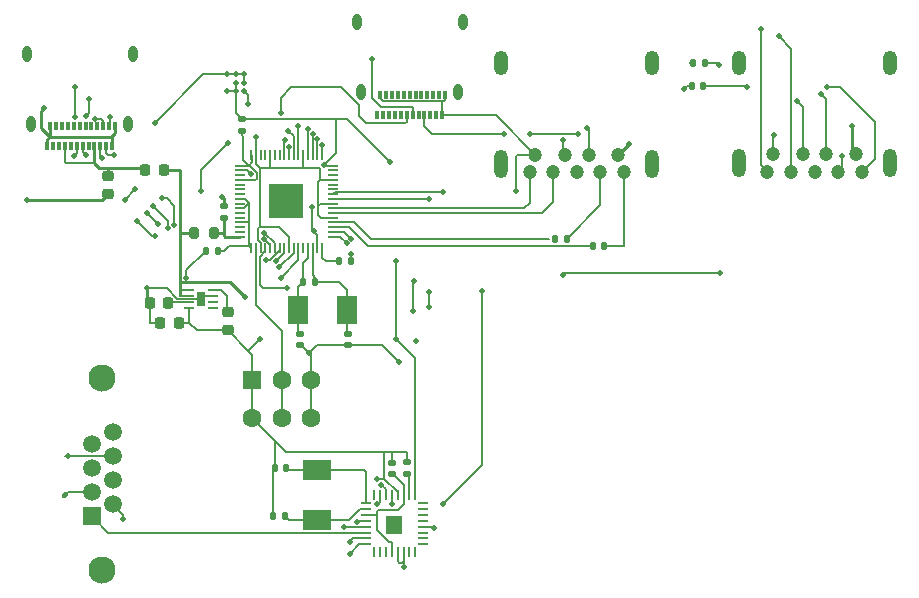
<source format=gtl>
%TF.GenerationSoftware,KiCad,Pcbnew,(6.99.0-818-g79c7d55a40)*%
%TF.CreationDate,2022-02-15T05:40:37+08:00*%
%TF.ProjectId,Project,50726f6a-6563-4742-9e6b-696361645f70,rev?*%
%TF.SameCoordinates,Original*%
%TF.FileFunction,Copper,L1,Top*%
%TF.FilePolarity,Positive*%
%FSLAX46Y46*%
G04 Gerber Fmt 4.6, Leading zero omitted, Abs format (unit mm)*
G04 Created by KiCad (PCBNEW (6.99.0-818-g79c7d55a40)) date 2022-02-15 05:40:37*
%MOMM*%
%LPD*%
G01*
G04 APERTURE LIST*
G04 Aperture macros list*
%AMRoundRect*
0 Rectangle with rounded corners*
0 $1 Rounding radius*
0 $2 $3 $4 $5 $6 $7 $8 $9 X,Y pos of 4 corners*
0 Add a 4 corners polygon primitive as box body*
4,1,4,$2,$3,$4,$5,$6,$7,$8,$9,$2,$3,0*
0 Add four circle primitives for the rounded corners*
1,1,$1+$1,$2,$3*
1,1,$1+$1,$4,$5*
1,1,$1+$1,$6,$7*
1,1,$1+$1,$8,$9*
0 Add four rect primitives between the rounded corners*
20,1,$1+$1,$2,$3,$4,$5,0*
20,1,$1+$1,$4,$5,$6,$7,0*
20,1,$1+$1,$6,$7,$8,$9,0*
20,1,$1+$1,$8,$9,$2,$3,0*%
G04 Aperture macros list end*
%TA.AperFunction,SMDPad,CuDef*%
%ADD10R,0.300000X0.700000*%
%TD*%
%TA.AperFunction,ComponentPad*%
%ADD11O,0.800000X1.400000*%
%TD*%
%TA.AperFunction,SMDPad,CuDef*%
%ADD12RoundRect,0.140000X-0.140000X-0.170000X0.140000X-0.170000X0.140000X0.170000X-0.140000X0.170000X0*%
%TD*%
%TA.AperFunction,SMDPad,CuDef*%
%ADD13C,0.500000*%
%TD*%
%TA.AperFunction,SMDPad,CuDef*%
%ADD14RoundRect,0.050000X0.350000X0.050000X-0.350000X0.050000X-0.350000X-0.050000X0.350000X-0.050000X0*%
%TD*%
%TA.AperFunction,SMDPad,CuDef*%
%ADD15RoundRect,0.050000X0.050000X0.350000X-0.050000X0.350000X-0.050000X-0.350000X0.050000X-0.350000X0*%
%TD*%
%TA.AperFunction,ComponentPad*%
%ADD16C,0.500000*%
%TD*%
%TA.AperFunction,SMDPad,CuDef*%
%ADD17R,2.975000X2.875000*%
%TD*%
%TA.AperFunction,SMDPad,CuDef*%
%ADD18R,2.400000X1.800000*%
%TD*%
%TA.AperFunction,SMDPad,CuDef*%
%ADD19RoundRect,0.140000X0.170000X-0.140000X0.170000X0.140000X-0.170000X0.140000X-0.170000X-0.140000X0*%
%TD*%
%TA.AperFunction,SMDPad,CuDef*%
%ADD20RoundRect,0.062500X-0.062500X0.375000X-0.062500X-0.375000X0.062500X-0.375000X0.062500X0.375000X0*%
%TD*%
%TA.AperFunction,SMDPad,CuDef*%
%ADD21RoundRect,0.062500X-0.375000X0.062500X-0.375000X-0.062500X0.375000X-0.062500X0.375000X0.062500X0*%
%TD*%
%TA.AperFunction,SMDPad,CuDef*%
%ADD22R,1.350000X1.500000*%
%TD*%
%TA.AperFunction,SMDPad,CuDef*%
%ADD23RoundRect,0.135000X0.185000X-0.135000X0.185000X0.135000X-0.185000X0.135000X-0.185000X-0.135000X0*%
%TD*%
%TA.AperFunction,SMDPad,CuDef*%
%ADD24RoundRect,0.135000X-0.135000X-0.185000X0.135000X-0.185000X0.135000X0.185000X-0.135000X0.185000X0*%
%TD*%
%TA.AperFunction,SMDPad,CuDef*%
%ADD25R,1.800000X2.400000*%
%TD*%
%TA.AperFunction,SMDPad,CuDef*%
%ADD26RoundRect,0.225000X-0.225000X-0.250000X0.225000X-0.250000X0.225000X0.250000X-0.225000X0.250000X0*%
%TD*%
%TA.AperFunction,SMDPad,CuDef*%
%ADD27RoundRect,0.218750X-0.256250X0.218750X-0.256250X-0.218750X0.256250X-0.218750X0.256250X0.218750X0*%
%TD*%
%TA.AperFunction,SMDPad,CuDef*%
%ADD28RoundRect,0.062500X-0.325000X-0.062500X0.325000X-0.062500X0.325000X0.062500X-0.325000X0.062500X0*%
%TD*%
%TA.AperFunction,SMDPad,CuDef*%
%ADD29R,0.800000X1.200000*%
%TD*%
%TA.AperFunction,ComponentPad*%
%ADD30R,1.600000X1.600000*%
%TD*%
%TA.AperFunction,ComponentPad*%
%ADD31C,1.600000*%
%TD*%
%TA.AperFunction,SMDPad,CuDef*%
%ADD32RoundRect,0.200000X-0.200000X-0.275000X0.200000X-0.275000X0.200000X0.275000X-0.200000X0.275000X0*%
%TD*%
%TA.AperFunction,SMDPad,CuDef*%
%ADD33RoundRect,0.218750X-0.218750X-0.256250X0.218750X-0.256250X0.218750X0.256250X-0.218750X0.256250X0*%
%TD*%
%TA.AperFunction,SMDPad,CuDef*%
%ADD34RoundRect,0.225000X0.250000X-0.225000X0.250000X0.225000X-0.250000X0.225000X-0.250000X-0.225000X0*%
%TD*%
%TA.AperFunction,ComponentPad*%
%ADD35C,1.200000*%
%TD*%
%TA.AperFunction,ComponentPad*%
%ADD36O,1.200000X2.400000*%
%TD*%
%TA.AperFunction,ComponentPad*%
%ADD37O,1.200000X2.100000*%
%TD*%
%TA.AperFunction,ComponentPad*%
%ADD38R,1.500000X1.500000*%
%TD*%
%TA.AperFunction,ComponentPad*%
%ADD39C,1.500000*%
%TD*%
%TA.AperFunction,ComponentPad*%
%ADD40C,2.300000*%
%TD*%
%TA.AperFunction,ViaPad*%
%ADD41C,0.500000*%
%TD*%
%TA.AperFunction,Conductor*%
%ADD42C,0.200000*%
%TD*%
%TA.AperFunction,Conductor*%
%ADD43C,0.250000*%
%TD*%
G04 APERTURE END LIST*
D10*
%TO.P,REF\u002A\u002A,A1*%
%TO.N,N/C*%
X51644999Y-22418999D03*
%TO.P,REF\u002A\u002A,A2*%
X51144999Y-22418999D03*
%TO.P,REF\u002A\u002A,A3*%
X50644999Y-22418999D03*
%TO.P,REF\u002A\u002A,A4*%
X50144999Y-22418999D03*
%TO.P,REF\u002A\u002A,A5*%
X49644999Y-22418999D03*
%TO.P,REF\u002A\u002A,A6*%
X49144999Y-22418999D03*
%TO.P,REF\u002A\u002A,A7*%
X48644999Y-22418999D03*
%TO.P,REF\u002A\u002A,A8*%
X48144999Y-22418999D03*
%TO.P,REF\u002A\u002A,A9*%
X47644999Y-22418999D03*
%TO.P,REF\u002A\u002A,A10*%
X47144999Y-22418999D03*
%TO.P,REF\u002A\u002A,A11*%
X46644999Y-22418999D03*
%TO.P,REF\u002A\u002A,A12*%
X46144999Y-22418999D03*
%TO.P,REF\u002A\u002A,B1*%
X46394999Y-20718999D03*
%TO.P,REF\u002A\u002A,B2*%
X46894999Y-20718999D03*
%TO.P,REF\u002A\u002A,B3*%
X47394999Y-20718999D03*
%TO.P,REF\u002A\u002A,B4*%
X47894999Y-20718999D03*
%TO.P,REF\u002A\u002A,B5*%
X48394999Y-20718999D03*
%TO.P,REF\u002A\u002A,B6*%
X48894999Y-20718999D03*
%TO.P,REF\u002A\u002A,B7*%
X49394999Y-20718999D03*
%TO.P,REF\u002A\u002A,B8*%
X49894999Y-20718999D03*
%TO.P,REF\u002A\u002A,B9*%
X50394999Y-20718999D03*
%TO.P,REF\u002A\u002A,B10*%
X50894999Y-20718999D03*
%TO.P,REF\u002A\u002A,B11*%
X51394999Y-20718999D03*
%TO.P,REF\u002A\u002A,B12*%
X51894999Y-20718999D03*
D11*
%TO.P,REF\u002A\u002A,S1*%
X44404999Y-14558999D03*
X53384999Y-14558999D03*
X53024999Y-20508999D03*
X44764999Y-20508999D03*
%TD*%
D12*
%TO.P,C8,1*%
%TO.N,N/C*%
X72926000Y-18034000D03*
%TO.P,C8,2*%
X73886000Y-18034000D03*
%TD*%
%TO.P,C10,1*%
%TO.N,N/C*%
X72799000Y-19939000D03*
%TO.P,C10,2*%
X73759000Y-19939000D03*
%TD*%
D13*
%TO.P,U4,A1*%
%TO.N,N/C*%
X34863000Y-20385000D03*
%TO.P,U4,A2*%
X34163000Y-20385000D03*
%TO.P,U4,A3*%
X33463000Y-20385000D03*
%TO.P,U4,B1*%
X34863000Y-19685000D03*
%TO.P,U4,B2*%
X34163000Y-19685000D03*
%TO.P,U4,C1*%
X34863000Y-18985000D03*
%TO.P,U4,C2*%
X34163000Y-18985000D03*
%TO.P,U4,C3*%
X33463000Y-18985000D03*
%TD*%
D14*
%TO.P,U2,1*%
%TO.N,N/C*%
X42431000Y-32718000D03*
%TO.P,U2,2*%
X42431000Y-32318000D03*
%TO.P,U2,3*%
X42431000Y-31918000D03*
%TO.P,U2,4*%
X42431000Y-31518000D03*
%TO.P,U2,5*%
X42431000Y-31118000D03*
%TO.P,U2,6*%
X42431000Y-30718000D03*
%TO.P,U2,7*%
X42431000Y-30318000D03*
%TO.P,U2,8*%
X42431000Y-29918000D03*
%TO.P,U2,9*%
X42431000Y-29518000D03*
%TO.P,U2,10*%
X42431000Y-29118000D03*
%TO.P,U2,11*%
X42431000Y-28718000D03*
%TO.P,U2,12*%
X42431000Y-28318000D03*
%TO.P,U2,13*%
X42431000Y-27918000D03*
%TO.P,U2,14*%
X42431000Y-27518000D03*
%TO.P,U2,15*%
X42431000Y-27118000D03*
%TO.P,U2,16*%
X42431000Y-26718000D03*
D15*
%TO.P,U2,17*%
X41481000Y-25768000D03*
%TO.P,U2,18*%
X41081000Y-25768000D03*
%TO.P,U2,19*%
X40681000Y-25768000D03*
%TO.P,U2,20*%
X40281000Y-25768000D03*
%TO.P,U2,21*%
X39881000Y-25768000D03*
%TO.P,U2,22*%
X39481000Y-25768000D03*
%TO.P,U2,23*%
X39081000Y-25768000D03*
%TO.P,U2,24*%
X38681000Y-25768000D03*
%TO.P,U2,25*%
X38281000Y-25768000D03*
%TO.P,U2,26*%
X37881000Y-25768000D03*
%TO.P,U2,27*%
X37481000Y-25768000D03*
%TO.P,U2,28*%
X37081000Y-25768000D03*
%TO.P,U2,29*%
X36681000Y-25768000D03*
%TO.P,U2,30*%
X36281000Y-25768000D03*
%TO.P,U2,31*%
X35881000Y-25768000D03*
%TO.P,U2,32*%
X35481000Y-25768000D03*
D14*
%TO.P,U2,33*%
X34531000Y-26718000D03*
%TO.P,U2,34*%
X34531000Y-27118000D03*
%TO.P,U2,35*%
X34531000Y-27518000D03*
%TO.P,U2,36*%
X34531000Y-27918000D03*
%TO.P,U2,37*%
X34531000Y-28318000D03*
%TO.P,U2,38*%
X34531000Y-28718000D03*
%TO.P,U2,39*%
X34531000Y-29118000D03*
%TO.P,U2,40*%
X34531000Y-29518000D03*
%TO.P,U2,41*%
X34531000Y-29918000D03*
%TO.P,U2,42*%
X34531000Y-30318000D03*
%TO.P,U2,43*%
X34531000Y-30718000D03*
%TO.P,U2,44*%
X34531000Y-31118000D03*
%TO.P,U2,45*%
X34531000Y-31518000D03*
%TO.P,U2,46*%
X34531000Y-31918000D03*
%TO.P,U2,47*%
X34531000Y-32318000D03*
%TO.P,U2,48*%
X34531000Y-32718000D03*
D15*
%TO.P,U2,49*%
X35481000Y-33668000D03*
%TO.P,U2,50*%
X35881000Y-33668000D03*
%TO.P,U2,51*%
X36281000Y-33668000D03*
%TO.P,U2,52*%
X36681000Y-33668000D03*
%TO.P,U2,53*%
X37081000Y-33668000D03*
%TO.P,U2,54*%
X37481000Y-33668000D03*
%TO.P,U2,55*%
X37881000Y-33668000D03*
%TO.P,U2,56*%
X38281000Y-33668000D03*
%TO.P,U2,57*%
X38681000Y-33668000D03*
%TO.P,U2,58*%
X39081000Y-33668000D03*
%TO.P,U2,59*%
X39481000Y-33668000D03*
%TO.P,U2,60*%
X39881000Y-33668000D03*
%TO.P,U2,61*%
X40281000Y-33668000D03*
%TO.P,U2,62*%
X40681000Y-33668000D03*
%TO.P,U2,63*%
X41081000Y-33668000D03*
%TO.P,U2,64*%
X41481000Y-33668000D03*
D16*
%TO.P,U2,65*%
X37881000Y-30318000D03*
X39081000Y-30318000D03*
X37881000Y-29118000D03*
X39081000Y-29118000D03*
D17*
X38430999Y-29717999D03*
%TD*%
D12*
%TO.P,C16,1*%
%TO.N,N/C*%
X37366000Y-56388000D03*
%TO.P,C16,2*%
X38326000Y-56388000D03*
%TD*%
%TO.P,C15,1*%
%TO.N,N/C*%
X37493000Y-52324000D03*
%TO.P,C15,2*%
X38453000Y-52324000D03*
%TD*%
D18*
%TO.P,Y2,1*%
%TO.N,N/C*%
X41071999Y-56709999D03*
%TO.P,Y2,2*%
X41071999Y-52509999D03*
%TD*%
D19*
%TO.P,C14,1*%
%TO.N,N/C*%
X47371000Y-52804000D03*
%TO.P,C14,2*%
X47371000Y-51844000D03*
%TD*%
D20*
%TO.P,U3,1*%
%TO.N,N/C*%
X49375000Y-54585500D03*
%TO.P,U3,2*%
X48875000Y-54585500D03*
%TO.P,U3,3*%
X48375000Y-54585500D03*
%TO.P,U3,4*%
X47875000Y-54585500D03*
%TO.P,U3,5*%
X47375000Y-54585500D03*
%TO.P,U3,6*%
X46875000Y-54585500D03*
%TO.P,U3,7*%
X46375000Y-54585500D03*
%TO.P,U3,8*%
X45875000Y-54585500D03*
D21*
%TO.P,U3,9*%
X45187500Y-55273000D03*
%TO.P,U3,10*%
X45187500Y-55773000D03*
%TO.P,U3,11*%
X45187500Y-56273000D03*
%TO.P,U3,12*%
X45187500Y-56773000D03*
%TO.P,U3,13*%
X45187500Y-57273000D03*
%TO.P,U3,14*%
X45187500Y-57773000D03*
%TO.P,U3,15*%
X45187500Y-58273000D03*
%TO.P,U3,16*%
X45187500Y-58773000D03*
D20*
%TO.P,U3,17*%
X45875000Y-59460500D03*
%TO.P,U3,18*%
X46375000Y-59460500D03*
%TO.P,U3,19*%
X46875000Y-59460500D03*
%TO.P,U3,20*%
X47375000Y-59460500D03*
%TO.P,U3,21*%
X47875000Y-59460500D03*
%TO.P,U3,22*%
X48375000Y-59460500D03*
%TO.P,U3,23*%
X48875000Y-59460500D03*
%TO.P,U3,24*%
X49375000Y-59460500D03*
D21*
%TO.P,U3,25*%
X50062500Y-58773000D03*
%TO.P,U3,26*%
X50062500Y-58273000D03*
%TO.P,U3,27*%
X50062500Y-57773000D03*
%TO.P,U3,28*%
X50062500Y-57273000D03*
%TO.P,U3,29*%
X50062500Y-56773000D03*
%TO.P,U3,30*%
X50062500Y-56273000D03*
%TO.P,U3,31*%
X50062500Y-55773000D03*
%TO.P,U3,32*%
X50062500Y-55273000D03*
D22*
%TO.P,U3,33*%
X47574999Y-57122999D03*
D16*
X47625000Y-57023000D03*
%TD*%
D23*
%TO.P,R12,1*%
%TO.N,N/C*%
X48641000Y-52834000D03*
%TO.P,R12,2*%
X48641000Y-51814000D03*
%TD*%
%TO.P,R9,1*%
%TO.N,N/C*%
X34671000Y-23751000D03*
%TO.P,R9,2*%
X34671000Y-22731000D03*
%TD*%
D12*
%TO.P,C9,1*%
%TO.N,N/C*%
X64417000Y-33528000D03*
%TO.P,C9,2*%
X65377000Y-33528000D03*
%TD*%
%TO.P,C11,1*%
%TO.N,N/C*%
X61242000Y-32893000D03*
%TO.P,C11,2*%
X62202000Y-32893000D03*
%TD*%
D24*
%TO.P,R7,1*%
%TO.N,N/C*%
X31621000Y-33909000D03*
%TO.P,R7,2*%
X32641000Y-33909000D03*
%TD*%
%TO.P,R4,1*%
%TO.N,N/C*%
X42924000Y-34798000D03*
%TO.P,R4,2*%
X43944000Y-34798000D03*
%TD*%
D19*
%TO.P,C4,1*%
%TO.N,N/C*%
X43688000Y-41882000D03*
%TO.P,C4,2*%
X43688000Y-40922000D03*
%TD*%
%TO.P,C5,1*%
%TO.N,N/C*%
X39624000Y-41882000D03*
%TO.P,C5,2*%
X39624000Y-40922000D03*
%TD*%
D24*
%TO.P,R1,1*%
%TO.N,N/C*%
X39876000Y-36576000D03*
%TO.P,R1,2*%
X40896000Y-36576000D03*
%TD*%
D25*
%TO.P,Y1,1*%
%TO.N,N/C*%
X39428999Y-38901499D03*
%TO.P,Y1,2*%
X43628999Y-38901499D03*
%TD*%
D26*
%TO.P,C3,1*%
%TO.N,N/C*%
X27800000Y-40005000D03*
%TO.P,C3,2*%
X29350000Y-40005000D03*
%TD*%
D27*
%TO.P,L1,1*%
%TO.N,N/C*%
X33528000Y-39090500D03*
%TO.P,L1,2*%
X33528000Y-40665500D03*
%TD*%
D26*
%TO.P,C1,1*%
%TO.N,N/C*%
X26911000Y-38354000D03*
%TO.P,C1,2*%
X28461000Y-38354000D03*
%TD*%
D28*
%TO.P,U1,1*%
%TO.N,N/C*%
X30254500Y-37223000D03*
%TO.P,U1,2*%
X30254500Y-37723000D03*
%TO.P,U1,3*%
X30254500Y-38223000D03*
%TO.P,U1,4*%
X30254500Y-38723000D03*
%TO.P,U1,5*%
X32229500Y-38723000D03*
%TO.P,U1,6*%
X32229500Y-38223000D03*
%TO.P,U1,7*%
X32229500Y-37723000D03*
%TO.P,U1,8*%
X32229500Y-37223000D03*
D29*
%TO.P,U1,9*%
X31241999Y-37972999D03*
%TD*%
D30*
%TO.P,SW1,1*%
%TO.N,N/C*%
X35565499Y-44881999D03*
D31*
%TO.P,SW1,2*%
X38065500Y-44882000D03*
%TO.P,SW1,3*%
X40565500Y-44882000D03*
%TO.P,SW1,4*%
X35565500Y-48082000D03*
%TO.P,SW1,5*%
X38065500Y-48082000D03*
%TO.P,SW1,6*%
X40565500Y-48082000D03*
%TD*%
D23*
%TO.P,R3,1*%
%TO.N,N/C*%
X33147000Y-31117000D03*
%TO.P,R3,2*%
X33147000Y-30097000D03*
%TD*%
D32*
%TO.P,R2,1*%
%TO.N,N/C*%
X30671000Y-32385000D03*
%TO.P,R2,2*%
X32321000Y-32385000D03*
%TD*%
D33*
%TO.P,F1,1*%
%TO.N,N/C*%
X26517500Y-27051000D03*
%TO.P,F1,2*%
X28092500Y-27051000D03*
%TD*%
D34*
%TO.P,C2,1*%
%TO.N,N/C*%
X23368000Y-29096000D03*
%TO.P,C2,2*%
X23368000Y-27546000D03*
%TD*%
D35*
%TO.P,J2,1*%
%TO.N,N/C*%
X86685000Y-25732000D03*
%TO.P,J2,2*%
X84185000Y-25732000D03*
%TO.P,J2,3*%
X82185000Y-25732000D03*
%TO.P,J2,4*%
X79685000Y-25732000D03*
%TO.P,J2,5*%
X79185000Y-27232000D03*
%TO.P,J2,6*%
X81185000Y-27232000D03*
%TO.P,J2,7*%
X83185000Y-27232000D03*
%TO.P,J2,8*%
X85185000Y-27232000D03*
%TO.P,J2,9*%
X87185000Y-27232000D03*
D36*
%TO.P,J2,10*%
X89584999Y-26481999D03*
D37*
X89584999Y-17981999D03*
D36*
X76784999Y-26481999D03*
D37*
X76784999Y-17981999D03*
%TD*%
D35*
%TO.P,J1,1*%
%TO.N,N/C*%
X66548000Y-25781000D03*
%TO.P,J1,2*%
X64048000Y-25781000D03*
%TO.P,J1,3*%
X62048000Y-25781000D03*
%TO.P,J1,4*%
X59548000Y-25781000D03*
%TO.P,J1,5*%
X59048000Y-27281000D03*
%TO.P,J1,6*%
X61048000Y-27281000D03*
%TO.P,J1,7*%
X63048000Y-27281000D03*
%TO.P,J1,8*%
X65048000Y-27281000D03*
%TO.P,J1,9*%
X67048000Y-27281000D03*
D37*
%TO.P,J1,10*%
X56647999Y-18030999D03*
D36*
X56647999Y-26530999D03*
D37*
X69447999Y-18030999D03*
D36*
X69447999Y-26530999D03*
%TD*%
D38*
%TO.P,REF\u002A\u002A,1*%
%TO.N,N/C*%
X21970999Y-56387999D03*
D39*
%TO.P,REF\u002A\u002A,2*%
X23751000Y-55372000D03*
%TO.P,REF\u002A\u002A,3*%
X21971000Y-54356000D03*
%TO.P,REF\u002A\u002A,4*%
X23751000Y-53340000D03*
%TO.P,REF\u002A\u002A,5*%
X21971000Y-52324000D03*
%TO.P,REF\u002A\u002A,6*%
X23751000Y-51308000D03*
%TO.P,REF\u002A\u002A,7*%
X21971000Y-50292000D03*
%TO.P,REF\u002A\u002A,8*%
X23751000Y-49276000D03*
D40*
%TO.P,REF\u002A\u002A,SH*%
X22861000Y-44698000D03*
X22861000Y-60958000D03*
%TD*%
D10*
%TO.P,P1,A1*%
%TO.N,N/C*%
X23704999Y-25085999D03*
%TO.P,P1,A2*%
X23204999Y-25085999D03*
%TO.P,P1,A3*%
X22704999Y-25085999D03*
%TO.P,P1,A4*%
X22204999Y-25085999D03*
%TO.P,P1,A5*%
X21704999Y-25085999D03*
%TO.P,P1,A6*%
X21204999Y-25085999D03*
%TO.P,P1,A7*%
X20704999Y-25085999D03*
%TO.P,P1,A8*%
X20204999Y-25085999D03*
%TO.P,P1,A9*%
X19704999Y-25085999D03*
%TO.P,P1,A10*%
X19204999Y-25085999D03*
%TO.P,P1,A11*%
X18704999Y-25085999D03*
%TO.P,P1,A12*%
X18204999Y-25085999D03*
%TO.P,P1,B1*%
X18454999Y-23385999D03*
%TO.P,P1,B2*%
X18954999Y-23385999D03*
%TO.P,P1,B3*%
X19454999Y-23385999D03*
%TO.P,P1,B4*%
X19954999Y-23385999D03*
%TO.P,P1,B5*%
X20454999Y-23385999D03*
%TO.P,P1,B6*%
X20954999Y-23385999D03*
%TO.P,P1,B7*%
X21454999Y-23385999D03*
%TO.P,P1,B8*%
X21954999Y-23385999D03*
%TO.P,P1,B9*%
X22454999Y-23385999D03*
%TO.P,P1,B10*%
X22954999Y-23385999D03*
%TO.P,P1,B11*%
X23454999Y-23385999D03*
%TO.P,P1,B12*%
X23954999Y-23385999D03*
D11*
%TO.P,P1,S1*%
X16464999Y-17225999D03*
X25444999Y-17225999D03*
X25084999Y-23175999D03*
X16824999Y-23175999D03*
%TD*%
D41*
%TO.N,*%
X63119000Y-24003000D03*
X59055000Y-24003000D03*
X56896000Y-24003000D03*
X45720000Y-17653000D03*
X38681000Y-25092000D03*
X37973000Y-22225000D03*
X38354000Y-24511000D03*
X49149000Y-38989000D03*
X49276000Y-36449000D03*
X49403000Y-41529000D03*
X48006000Y-43307000D03*
X61849000Y-35941000D03*
X57912000Y-28829000D03*
X75184000Y-35814000D03*
X79756000Y-24130000D03*
X84201000Y-20066000D03*
X77470000Y-20066000D03*
X80137000Y-15748000D03*
X78613000Y-15113000D03*
X85471000Y-25908000D03*
X75057000Y-18161000D03*
X72771000Y-18034000D03*
X72136000Y-20193000D03*
X83756500Y-20637500D03*
X81661000Y-21209000D03*
X41081000Y-24444000D03*
X40681000Y-24044000D03*
X40281000Y-23644000D03*
X39481000Y-23384000D03*
X38608000Y-23749000D03*
X41481000Y-24971000D03*
X40640000Y-30226000D03*
X40767000Y-32258000D03*
X38481000Y-37084000D03*
X35433000Y-27432000D03*
X41656000Y-26670000D03*
X35881000Y-24324000D03*
X35179000Y-21463000D03*
X27305000Y-23114000D03*
X51689000Y-55372000D03*
X54991000Y-37338000D03*
X50492000Y-38681000D03*
X50492000Y-37392000D03*
X51689000Y-28956000D03*
X50492000Y-29518000D03*
X46482000Y-53721000D03*
X47375000Y-55368000D03*
X43815000Y-59563000D03*
X43815000Y-58547000D03*
X19939000Y-51308000D03*
X19685000Y-54610000D03*
X24638000Y-56642000D03*
X43370500Y-57340500D03*
X50927000Y-57404000D03*
X48375000Y-60694000D03*
X46101000Y-53213000D03*
X44450000Y-56896000D03*
X46101000Y-55372000D03*
X47244000Y-26416000D03*
X47752000Y-34798000D03*
X47752000Y-41402000D03*
X36195000Y-41402000D03*
X61849000Y-24511000D03*
X63881000Y-23495000D03*
X43561000Y-33274000D03*
X43942000Y-32893000D03*
X67437000Y-24892000D03*
X86360000Y-23368000D03*
X34925000Y-37846000D03*
X29972000Y-36195000D03*
X31242000Y-28829000D03*
X33528000Y-24765000D03*
X43944000Y-34165000D03*
X21717000Y-21082000D03*
X21463000Y-22479000D03*
X21463000Y-25781000D03*
X20447000Y-25908000D03*
X20574000Y-22606000D03*
X20574000Y-20066000D03*
X36576000Y-32893000D03*
X36576000Y-32385000D03*
X25654000Y-28702000D03*
X24765000Y-29591000D03*
X27178000Y-30099000D03*
X27940000Y-29464000D03*
X28448000Y-32004000D03*
X28956000Y-31750000D03*
X36703000Y-34671000D03*
X37592000Y-34798000D03*
X23495000Y-22606000D03*
X22225000Y-22733000D03*
X22860000Y-26035000D03*
X25781000Y-31369000D03*
X27305000Y-32639000D03*
X37973000Y-36195000D03*
X37846000Y-35306000D03*
X27559000Y-31623000D03*
X26670000Y-30734000D03*
X23876000Y-25781000D03*
X40386000Y-42545000D03*
X26670000Y-37084000D03*
X33020000Y-29337000D03*
X16510000Y-29591000D03*
X17907000Y-21844000D03*
%TD*%
D42*
%TO.N,*%
X59055000Y-24003000D02*
X63119000Y-24003000D01*
X50145000Y-23348000D02*
X50800000Y-24003000D01*
X50145000Y-22419000D02*
X50145000Y-23348000D01*
X50800000Y-24003000D02*
X56896000Y-24003000D01*
X56186000Y-22419000D02*
X59548000Y-25781000D01*
X51645000Y-22419000D02*
X56186000Y-22419000D01*
X51689000Y-21209000D02*
X51645000Y-21253000D01*
X51689000Y-21209000D02*
X51816000Y-21209000D01*
X46609000Y-21209000D02*
X51689000Y-21209000D01*
X51645000Y-21253000D02*
X51645000Y-22419000D01*
X51895000Y-21130000D02*
X51895000Y-20719000D01*
X51816000Y-21209000D02*
X51895000Y-21130000D01*
X46395000Y-20719000D02*
X46395000Y-20995000D01*
X46395000Y-20995000D02*
X46609000Y-21209000D01*
X49145000Y-21721000D02*
X49145000Y-22419000D01*
X45720000Y-17653000D02*
X45720000Y-20955000D01*
X45720000Y-20955000D02*
X46482000Y-21717000D01*
X46482000Y-21717000D02*
X49149000Y-21717000D01*
X49149000Y-21717000D02*
X49145000Y-21721000D01*
X38681000Y-25768000D02*
X38681000Y-25092000D01*
X48645000Y-22983000D02*
X48645000Y-22419000D01*
X48514000Y-23114000D02*
X48645000Y-22983000D01*
X45212000Y-23114000D02*
X48514000Y-23114000D01*
X44577000Y-21590000D02*
X44577000Y-22479000D01*
X43053000Y-20066000D02*
X44577000Y-21590000D01*
X44577000Y-22479000D02*
X45212000Y-23114000D01*
X38862000Y-20066000D02*
X43053000Y-20066000D01*
X37973000Y-20955000D02*
X38862000Y-20066000D01*
X37973000Y-22225000D02*
X37973000Y-20955000D01*
X38281000Y-24584000D02*
X38354000Y-24511000D01*
X38281000Y-25768000D02*
X38281000Y-24584000D01*
X49149000Y-36576000D02*
X49276000Y-36449000D01*
X49149000Y-38989000D02*
X49149000Y-36576000D01*
X46581000Y-41882000D02*
X48006000Y-43307000D01*
X43688000Y-41882000D02*
X46581000Y-41882000D01*
X61976000Y-35814000D02*
X61849000Y-35941000D01*
X75184000Y-35814000D02*
X61976000Y-35814000D01*
X57912000Y-25908000D02*
X57912000Y-28829000D01*
X58039000Y-25781000D02*
X57912000Y-25908000D01*
X59548000Y-25781000D02*
X58039000Y-25781000D01*
X79685000Y-24201000D02*
X79756000Y-24130000D01*
X79685000Y-25732000D02*
X79685000Y-24201000D01*
X78613000Y-26660000D02*
X79185000Y-27232000D01*
X78613000Y-15113000D02*
X78613000Y-26660000D01*
X81185000Y-16796000D02*
X81185000Y-27232000D01*
X80137000Y-15748000D02*
X81185000Y-16796000D01*
X85344000Y-20066000D02*
X85407500Y-20129500D01*
X85407500Y-20129500D02*
X88265000Y-22987000D01*
X84201000Y-20066000D02*
X85344000Y-20066000D01*
X77343000Y-19939000D02*
X77470000Y-20066000D01*
X73759000Y-19939000D02*
X77343000Y-19939000D01*
X85471000Y-26946000D02*
X85185000Y-27232000D01*
X85471000Y-25908000D02*
X85471000Y-26946000D01*
X73886000Y-18034000D02*
X74930000Y-18034000D01*
X74930000Y-18034000D02*
X75057000Y-18161000D01*
X72926000Y-18034000D02*
X72771000Y-18034000D01*
X88265000Y-22987000D02*
X88265000Y-26152000D01*
X88265000Y-26152000D02*
X87185000Y-27232000D01*
X72390000Y-19939000D02*
X72136000Y-20193000D01*
X72799000Y-19939000D02*
X72390000Y-19939000D01*
X83756500Y-20637500D02*
X84185000Y-21066000D01*
X84185000Y-21066000D02*
X84185000Y-25732000D01*
X82185000Y-21733000D02*
X82185000Y-25732000D01*
X81661000Y-21209000D02*
X82185000Y-21733000D01*
X39081000Y-24222000D02*
X38608000Y-23749000D01*
X39081000Y-25768000D02*
X39081000Y-24222000D01*
X39481000Y-25768000D02*
X39481000Y-23384000D01*
X40281000Y-25768000D02*
X40281000Y-23644000D01*
X40681000Y-25768000D02*
X40681000Y-24044000D01*
X41081000Y-25768000D02*
X41081000Y-24444000D01*
X41481000Y-25768000D02*
X41481000Y-24971000D01*
X42674000Y-25652000D02*
X42674000Y-22731000D01*
X41656000Y-26670000D02*
X42674000Y-25652000D01*
X42674000Y-22731000D02*
X34671000Y-22731000D01*
X43559000Y-22731000D02*
X42674000Y-22731000D01*
X40640000Y-32131000D02*
X40767000Y-32258000D01*
X40640000Y-30226000D02*
X40640000Y-32131000D01*
X36449000Y-37084000D02*
X38481000Y-37084000D01*
X36195000Y-36830000D02*
X36449000Y-37084000D01*
X36195000Y-34417000D02*
X36195000Y-36830000D01*
X36681000Y-33931000D02*
X36195000Y-34417000D01*
X36681000Y-33668000D02*
X36681000Y-33931000D01*
X41081000Y-32572000D02*
X40767000Y-32258000D01*
X41081000Y-33668000D02*
X41081000Y-32572000D01*
X35119000Y-27118000D02*
X35433000Y-27432000D01*
X34531000Y-27118000D02*
X35119000Y-27118000D01*
X35941000Y-27813000D02*
X35836000Y-27918000D01*
X35941000Y-27305000D02*
X35941000Y-27813000D01*
X35402000Y-26766000D02*
X35941000Y-27305000D01*
X35836000Y-27918000D02*
X34531000Y-27918000D01*
X35306000Y-26766000D02*
X35402000Y-26766000D01*
X41704000Y-26718000D02*
X41656000Y-26670000D01*
X42431000Y-26718000D02*
X41704000Y-26718000D01*
X35881000Y-25768000D02*
X35881000Y-24324000D01*
X38681000Y-32712000D02*
X38681000Y-33668000D01*
X37846000Y-31877000D02*
X38681000Y-32712000D01*
X36195000Y-31877000D02*
X37846000Y-31877000D01*
X36322000Y-33274000D02*
X36322000Y-33627000D01*
X36322000Y-33627000D02*
X36281000Y-33668000D01*
X36068000Y-33020000D02*
X36322000Y-33274000D01*
X36195000Y-31877000D02*
X36068000Y-32004000D01*
X36068000Y-32004000D02*
X36068000Y-33020000D01*
X36195000Y-26924000D02*
X36195000Y-31877000D01*
X36195000Y-26924000D02*
X35881000Y-26610000D01*
X35881000Y-26610000D02*
X35881000Y-25768000D01*
X37211000Y-26924000D02*
X36195000Y-26924000D01*
X37081000Y-26794000D02*
X37081000Y-25768000D01*
X37211000Y-26924000D02*
X37081000Y-26794000D01*
X40005000Y-26924000D02*
X37211000Y-26924000D01*
X41297000Y-26946000D02*
X41297000Y-27918000D01*
X40005000Y-26924000D02*
X41275000Y-26924000D01*
X39881000Y-26800000D02*
X40005000Y-26924000D01*
X41275000Y-26924000D02*
X41297000Y-26946000D01*
X39881000Y-25768000D02*
X39881000Y-26800000D01*
X41148000Y-28067000D02*
X41148000Y-30099000D01*
X41297000Y-27918000D02*
X41148000Y-28067000D01*
X42431000Y-27918000D02*
X41297000Y-27918000D01*
X41329000Y-29918000D02*
X42431000Y-29918000D01*
X41148000Y-30099000D02*
X41329000Y-29918000D01*
X41405000Y-31118000D02*
X41148000Y-30861000D01*
X41148000Y-30861000D02*
X41148000Y-30099000D01*
X42431000Y-31118000D02*
X41405000Y-31118000D01*
X35179000Y-20701000D02*
X35179000Y-21463000D01*
X34863000Y-20385000D02*
X35179000Y-20701000D01*
X34163000Y-20385000D02*
X33463000Y-20385000D01*
X31434000Y-18985000D02*
X27305000Y-23114000D01*
X33463000Y-18985000D02*
X31434000Y-18985000D01*
X34863000Y-19685000D02*
X34863000Y-18985000D01*
X34163000Y-18985000D02*
X34863000Y-18985000D01*
X33463000Y-18985000D02*
X34863000Y-18985000D01*
X34163000Y-22223000D02*
X34671000Y-22731000D01*
X34163000Y-20385000D02*
X34163000Y-22223000D01*
X34163000Y-19685000D02*
X34163000Y-20385000D01*
X54991000Y-52070000D02*
X51689000Y-55372000D01*
X54991000Y-37338000D02*
X54991000Y-52070000D01*
X50492000Y-37392000D02*
X50492000Y-38681000D01*
X42593000Y-28956000D02*
X51689000Y-28956000D01*
X42431000Y-29118000D02*
X42593000Y-28956000D01*
X42431000Y-29518000D02*
X50492000Y-29518000D01*
X46875000Y-54585500D02*
X46875000Y-54114000D01*
X46875000Y-54114000D02*
X46482000Y-53721000D01*
X47375000Y-54585500D02*
X47375000Y-55368000D01*
X44605000Y-58773000D02*
X43815000Y-59563000D01*
X45187500Y-58773000D02*
X44605000Y-58773000D01*
X43815000Y-58547000D02*
X44089000Y-58273000D01*
X44089000Y-58273000D02*
X45187500Y-58273000D01*
X19939000Y-51308000D02*
X19685000Y-51308000D01*
X23751000Y-51308000D02*
X19939000Y-51308000D01*
X19685000Y-54610000D02*
X19558000Y-54737000D01*
X19939000Y-54356000D02*
X19685000Y-54610000D01*
X21971000Y-54356000D02*
X19939000Y-54356000D01*
X24638000Y-56259000D02*
X23751000Y-55372000D01*
X24638000Y-56642000D02*
X24638000Y-56259000D01*
X43370500Y-57340500D02*
X43307000Y-57404000D01*
X43438000Y-57273000D02*
X43370500Y-57340500D01*
X45187500Y-57273000D02*
X43438000Y-57273000D01*
X23356000Y-57773000D02*
X21971000Y-56388000D01*
X45187500Y-57773000D02*
X23356000Y-57773000D01*
X50796000Y-57273000D02*
X50927000Y-57404000D01*
X50062500Y-57273000D02*
X50796000Y-57273000D01*
X48375000Y-60210000D02*
X48375000Y-60694000D01*
X48375000Y-60210000D02*
X48375000Y-59460500D01*
X48006000Y-60325000D02*
X48260000Y-60325000D01*
X47875000Y-60194000D02*
X48006000Y-60325000D01*
X48260000Y-60325000D02*
X48375000Y-60210000D01*
X47875000Y-59460500D02*
X47875000Y-60194000D01*
X46101000Y-53213000D02*
X46736000Y-53213000D01*
X45187500Y-56773000D02*
X44573000Y-56773000D01*
X44573000Y-56773000D02*
X44450000Y-56896000D01*
X37493250Y-52323750D02*
X37493250Y-50009750D01*
X37493250Y-50009750D02*
X38410500Y-50927000D01*
X37493000Y-52324000D02*
X37493250Y-52323750D01*
X35565500Y-48082000D02*
X37493250Y-50009750D01*
X37366000Y-52451000D02*
X37493000Y-52324000D01*
X37366000Y-56388000D02*
X37366000Y-52451000D01*
X38648000Y-56710000D02*
X41072000Y-56710000D01*
X38326000Y-56388000D02*
X38648000Y-56710000D01*
X38639000Y-52510000D02*
X38453000Y-52324000D01*
X41072000Y-52510000D02*
X38639000Y-52510000D01*
X43747000Y-56710000D02*
X41072000Y-56710000D01*
X45187500Y-55773000D02*
X44684000Y-55773000D01*
X44684000Y-55773000D02*
X43747000Y-56710000D01*
X45187500Y-52680500D02*
X45187500Y-55273000D01*
X45017000Y-52510000D02*
X45187500Y-52680500D01*
X41072000Y-52510000D02*
X45017000Y-52510000D01*
X46375000Y-55225000D02*
X46228000Y-55372000D01*
X46375000Y-54585500D02*
X46375000Y-55225000D01*
X46228000Y-55372000D02*
X46101000Y-55372000D01*
X46736000Y-50927000D02*
X47371000Y-50927000D01*
X47875000Y-54352000D02*
X46736000Y-53213000D01*
X38410500Y-50927000D02*
X46736000Y-50927000D01*
X46736000Y-53213000D02*
X46736000Y-50927000D01*
X47875000Y-54585500D02*
X47875000Y-54352000D01*
X47371000Y-51844000D02*
X47371000Y-50927000D01*
X47371000Y-50927000D02*
X48641000Y-50927000D01*
X48375000Y-53709000D02*
X48375000Y-54585500D01*
X47470000Y-52804000D02*
X48375000Y-53709000D01*
X47371000Y-52804000D02*
X47470000Y-52804000D01*
X48641000Y-50927000D02*
X48641000Y-51814000D01*
X47375000Y-58551000D02*
X47375000Y-59460500D01*
X47371000Y-58547000D02*
X47375000Y-58551000D01*
X47117000Y-58547000D02*
X47371000Y-58547000D01*
X46089000Y-57519000D02*
X47117000Y-58547000D01*
X46089000Y-56273000D02*
X46089000Y-57519000D01*
X46089000Y-56273000D02*
X45187500Y-56273000D01*
X46101000Y-56261000D02*
X46089000Y-56273000D01*
X46101000Y-56007000D02*
X46101000Y-56261000D01*
X47879000Y-55880000D02*
X46228000Y-55880000D01*
X46228000Y-55880000D02*
X46101000Y-56007000D01*
X48375000Y-55384000D02*
X47879000Y-55880000D01*
X48375000Y-54585500D02*
X48375000Y-55384000D01*
X48643000Y-52834000D02*
X48875000Y-53066000D01*
X48875000Y-53066000D02*
X48875000Y-54585500D01*
X48641000Y-52834000D02*
X48643000Y-52834000D01*
X49375000Y-43025000D02*
X49375000Y-54585500D01*
X47752000Y-41402000D02*
X49375000Y-43025000D01*
X47244000Y-26416000D02*
X43559000Y-22731000D01*
X47752000Y-41402000D02*
X47752000Y-34798000D01*
X35229750Y-42367250D02*
X35565500Y-42703000D01*
X35229750Y-42367250D02*
X36195000Y-41402000D01*
X33528000Y-40665500D02*
X35229750Y-42367250D01*
X34671000Y-22733000D02*
X34671000Y-22731000D01*
X34671000Y-24130000D02*
X34798000Y-24257000D01*
X34671000Y-23751000D02*
X34671000Y-24130000D01*
X34798000Y-26258000D02*
X34798000Y-24257000D01*
X35258000Y-26718000D02*
X34798000Y-26258000D01*
X35258000Y-26718000D02*
X35306000Y-26766000D01*
X35560000Y-26416000D02*
X35258000Y-26718000D01*
X35258000Y-26718000D02*
X34531000Y-26718000D01*
X35560000Y-25847000D02*
X35560000Y-26416000D01*
X35481000Y-25768000D02*
X35560000Y-25847000D01*
X61849000Y-25582000D02*
X62048000Y-25781000D01*
X61849000Y-24511000D02*
X61849000Y-25582000D01*
X64048000Y-23662000D02*
X64048000Y-25781000D01*
X63881000Y-23495000D02*
X64048000Y-23662000D01*
X42431000Y-32718000D02*
X43005000Y-32718000D01*
X43005000Y-32718000D02*
X43561000Y-33274000D01*
X43367000Y-32318000D02*
X43942000Y-32893000D01*
X42431000Y-32318000D02*
X43367000Y-32318000D01*
X65048000Y-30047000D02*
X62202000Y-32893000D01*
X65048000Y-27281000D02*
X65048000Y-30047000D01*
X67048000Y-33520000D02*
X67048000Y-27281000D01*
X67056000Y-33528000D02*
X67048000Y-33520000D01*
X65377000Y-33528000D02*
X67056000Y-33528000D01*
X43729000Y-31918000D02*
X42431000Y-31918000D01*
X45339000Y-33528000D02*
X43729000Y-31918000D01*
X64417000Y-33528000D02*
X45339000Y-33528000D01*
X45593000Y-32893000D02*
X60706000Y-32893000D01*
X42431000Y-31518000D02*
X44218000Y-31518000D01*
X44218000Y-31518000D02*
X45593000Y-32893000D01*
X59048000Y-29852000D02*
X59048000Y-27281000D01*
X58582000Y-30318000D02*
X59048000Y-29852000D01*
X42431000Y-30318000D02*
X58582000Y-30318000D01*
X61048000Y-29757000D02*
X61048000Y-27281000D01*
X60087000Y-30718000D02*
X61048000Y-29757000D01*
X42431000Y-30718000D02*
X60087000Y-30718000D01*
X42431000Y-31118000D02*
X42542000Y-31118000D01*
D43*
X86360000Y-25407000D02*
X86685000Y-25732000D01*
X86360000Y-23368000D02*
X86360000Y-25407000D01*
X67437000Y-24892000D02*
X66548000Y-25781000D01*
X33655000Y-36576000D02*
X34925000Y-37846000D01*
X29464000Y-36576000D02*
X33655000Y-36576000D01*
X29464000Y-36576000D02*
X29464000Y-37194500D01*
X29464000Y-32385000D02*
X29464000Y-36576000D01*
D42*
X19792000Y-26523000D02*
X22205000Y-26523000D01*
X19705000Y-26436000D02*
X19792000Y-26523000D01*
X19705000Y-25086000D02*
X19705000Y-26436000D01*
X29972000Y-35558000D02*
X29972000Y-36195000D01*
X31621000Y-33909000D02*
X29972000Y-35558000D01*
X33147000Y-33909000D02*
X32641000Y-33909000D01*
X33563000Y-33493000D02*
X33147000Y-33909000D01*
X35306000Y-33493000D02*
X33563000Y-33493000D01*
X35306000Y-33493000D02*
X35481000Y-33668000D01*
X35306000Y-31496000D02*
X35306000Y-33493000D01*
X35284000Y-31518000D02*
X34531000Y-31518000D01*
X35306000Y-29845000D02*
X35306000Y-31496000D01*
X35306000Y-31496000D02*
X35284000Y-31518000D01*
X34833000Y-30318000D02*
X34531000Y-30318000D01*
X35306000Y-29845000D02*
X34833000Y-30318000D01*
X34979000Y-29518000D02*
X35306000Y-29845000D01*
X34531000Y-29518000D02*
X34979000Y-29518000D01*
X31242000Y-27051000D02*
X31242000Y-28829000D01*
X33528000Y-24765000D02*
X31242000Y-27051000D01*
X43944000Y-34798000D02*
X43944000Y-34165000D01*
X41783000Y-34798000D02*
X42924000Y-34798000D01*
X41481000Y-34496000D02*
X41783000Y-34798000D01*
X41481000Y-33668000D02*
X41481000Y-34496000D01*
X21717000Y-22225000D02*
X21463000Y-22479000D01*
X21717000Y-21082000D02*
X21717000Y-22225000D01*
X21205000Y-25523000D02*
X21463000Y-25781000D01*
X21205000Y-25086000D02*
X21205000Y-25523000D01*
X20705000Y-25650000D02*
X20447000Y-25908000D01*
X20705000Y-25086000D02*
X20705000Y-25650000D01*
X20574000Y-22606000D02*
X20574000Y-20066000D01*
X37481000Y-33290000D02*
X36576000Y-32385000D01*
X37481000Y-33668000D02*
X37481000Y-33290000D01*
X37081000Y-33398000D02*
X36576000Y-32893000D01*
X37081000Y-33668000D02*
X37081000Y-33398000D01*
X25654000Y-28702000D02*
X24765000Y-29591000D01*
X28321000Y-29464000D02*
X27940000Y-29464000D01*
X28956000Y-30099000D02*
X28321000Y-29464000D01*
X28956000Y-31750000D02*
X28956000Y-30099000D01*
X28448000Y-31369000D02*
X27178000Y-30099000D01*
X28448000Y-32004000D02*
X28448000Y-31369000D01*
X37084000Y-34671000D02*
X36703000Y-34671000D01*
X37881000Y-33874000D02*
X37084000Y-34671000D01*
X37881000Y-33668000D02*
X37881000Y-33874000D01*
X37881000Y-33668000D02*
X37881000Y-34001000D01*
X38281000Y-34109000D02*
X37592000Y-34798000D01*
X38281000Y-33668000D02*
X38281000Y-34109000D01*
X23495000Y-23346000D02*
X23455000Y-23386000D01*
X23495000Y-22606000D02*
X23495000Y-23346000D01*
X22733000Y-22733000D02*
X22955000Y-22955000D01*
X22955000Y-22955000D02*
X22955000Y-23386000D01*
X22225000Y-22733000D02*
X22733000Y-22733000D01*
X22705000Y-25880000D02*
X22860000Y-26035000D01*
X22705000Y-25086000D02*
X22705000Y-25880000D01*
X27051000Y-32639000D02*
X25781000Y-31369000D01*
X27305000Y-32639000D02*
X27051000Y-32639000D01*
X39481000Y-34687000D02*
X37973000Y-36195000D01*
X39481000Y-33668000D02*
X39481000Y-34687000D01*
X39081000Y-34071000D02*
X37846000Y-35306000D01*
X39081000Y-33668000D02*
X39081000Y-34071000D01*
X26670000Y-30734000D02*
X27559000Y-31623000D01*
X23368000Y-25781000D02*
X23876000Y-25781000D01*
X23205000Y-25618000D02*
X23368000Y-25781000D01*
X23205000Y-25086000D02*
X23205000Y-25618000D01*
X41049000Y-41882000D02*
X43688000Y-41882000D01*
X40386000Y-42545000D02*
X41049000Y-41882000D01*
X39624000Y-41882000D02*
X39723000Y-41882000D01*
X39723000Y-41882000D02*
X40386000Y-42545000D01*
X43629000Y-40863000D02*
X43688000Y-40922000D01*
X43629000Y-38901500D02*
X43629000Y-40863000D01*
X39429000Y-40727000D02*
X39624000Y-40922000D01*
X39429000Y-38901500D02*
X39429000Y-40727000D01*
X43629000Y-37279000D02*
X43629000Y-38901500D01*
X42926000Y-36576000D02*
X43629000Y-37279000D01*
X40896000Y-36576000D02*
X42926000Y-36576000D01*
X39429000Y-37023000D02*
X39429000Y-38901500D01*
X39876000Y-36576000D02*
X39429000Y-37023000D01*
X40896000Y-36197000D02*
X40896000Y-36576000D01*
X40681000Y-35982000D02*
X40896000Y-36197000D01*
X39878000Y-34925000D02*
X39878000Y-36574000D01*
X40281000Y-34522000D02*
X39878000Y-34925000D01*
X39878000Y-36574000D02*
X39876000Y-36576000D01*
X40281000Y-33668000D02*
X40281000Y-34522000D01*
X40681000Y-33668000D02*
X40681000Y-35982000D01*
X40565500Y-42724500D02*
X40386000Y-42545000D01*
X40565500Y-44882000D02*
X40565500Y-42724500D01*
X40565500Y-44882000D02*
X40565500Y-48082000D01*
X35881000Y-38548000D02*
X35881000Y-33668000D01*
X38065500Y-44882000D02*
X38065500Y-40732500D01*
X38065500Y-40732500D02*
X35881000Y-38548000D01*
X38065500Y-48082000D02*
X38065500Y-44882000D01*
X35565500Y-44882000D02*
X35565500Y-48082000D01*
X35565500Y-42703000D02*
X35565500Y-44882000D01*
X26911000Y-39992000D02*
X26911000Y-38354000D01*
X26924000Y-40005000D02*
X26911000Y-39992000D01*
X27800000Y-40005000D02*
X26924000Y-40005000D01*
X29378500Y-40033500D02*
X29350000Y-40005000D01*
X30254500Y-40033500D02*
X29378500Y-40033500D01*
X30254500Y-40033500D02*
X30254500Y-38723000D01*
X30886500Y-40665500D02*
X30254500Y-40033500D01*
X33528000Y-40665500D02*
X30886500Y-40665500D01*
X32905000Y-37223000D02*
X33401000Y-37719000D01*
X33401000Y-37719000D02*
X33401000Y-38963500D01*
X32229500Y-37223000D02*
X32905000Y-37223000D01*
X33401000Y-38963500D02*
X33528000Y-39090500D01*
X28321000Y-37084000D02*
X26670000Y-37084000D01*
X29210000Y-37973000D02*
X28321000Y-37084000D01*
X31242000Y-37973000D02*
X29210000Y-37973000D01*
X32229500Y-37723000D02*
X31492000Y-37723000D01*
X31492000Y-37723000D02*
X31242000Y-37973000D01*
D43*
X26670000Y-38113000D02*
X26911000Y-38354000D01*
X26670000Y-37084000D02*
X26670000Y-38113000D01*
D42*
X28592000Y-38223000D02*
X28461000Y-38354000D01*
X30254500Y-38223000D02*
X28592000Y-38223000D01*
X29984000Y-38723000D02*
X29972000Y-38735000D01*
X30254500Y-38723000D02*
X29984000Y-38723000D01*
X29492500Y-37723000D02*
X29464000Y-37694500D01*
X30254500Y-37723000D02*
X29492500Y-37723000D01*
X30254500Y-37223000D02*
X29492500Y-37223000D01*
X29492500Y-37223000D02*
X29464000Y-37194500D01*
D43*
X29464000Y-37194500D02*
X29464000Y-37694500D01*
X33226000Y-32718000D02*
X34531000Y-32718000D01*
X33147000Y-32639000D02*
X33226000Y-32718000D01*
X33147000Y-32385000D02*
X33147000Y-32639000D01*
X32321000Y-32385000D02*
X33147000Y-32385000D01*
X33147000Y-31117000D02*
X33147000Y-32385000D01*
X33147000Y-29464000D02*
X33020000Y-29337000D01*
X33147000Y-30097000D02*
X33147000Y-29464000D01*
X30671000Y-32385000D02*
X29464000Y-32385000D01*
X29464000Y-27051000D02*
X29464000Y-32385000D01*
X28092500Y-27051000D02*
X29464000Y-27051000D01*
X26390500Y-26924000D02*
X26517500Y-27051000D01*
X23368000Y-26924000D02*
X26390500Y-26924000D01*
X22873000Y-29591000D02*
X16510000Y-29591000D01*
X23368000Y-29096000D02*
X22873000Y-29591000D01*
X23368000Y-27546000D02*
X23368000Y-26924000D01*
X22606000Y-26924000D02*
X23368000Y-26924000D01*
X22205000Y-26523000D02*
X22606000Y-26924000D01*
X22205000Y-25086000D02*
X22205000Y-26523000D01*
X17653000Y-22098000D02*
X17907000Y-21844000D01*
X17653000Y-23495000D02*
X17653000Y-22098000D01*
X18415000Y-24257000D02*
X17653000Y-23495000D01*
X18455000Y-24217000D02*
X18415000Y-24257000D01*
X18455000Y-23386000D02*
X18455000Y-24217000D01*
X23955000Y-23924000D02*
X23622000Y-24257000D01*
X23955000Y-23386000D02*
X23955000Y-23924000D01*
X23705000Y-24340000D02*
X23705000Y-25086000D01*
X18415000Y-24257000D02*
X23622000Y-24257000D01*
X23622000Y-24257000D02*
X23705000Y-24340000D01*
X18205000Y-24467000D02*
X18415000Y-24257000D01*
X18205000Y-25086000D02*
X18205000Y-24467000D01*
%TD*%
M02*

</source>
